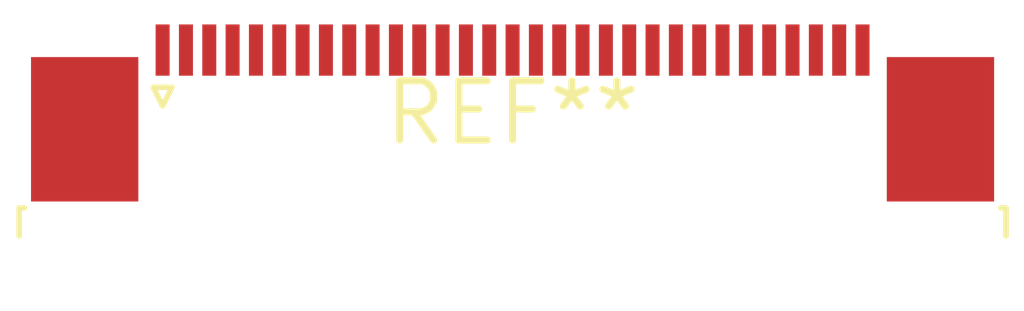
<source format=kicad_pcb>
(kicad_pcb (version 20240108) (generator pcbnew)
  (layers (0 "F.Cu" signal) (31 "B.Cu" signal) (34 "B.Paste" user) (35 "F.Paste" user) (36 "B.SilkS" user "B.Silkscreen") (37 "F.SilkS" user "F.Silkscreen") (38 "B.Mask" user) (39 "F.Mask" user) (44 "Edge.Cuts" user))
  (net 0 "")
  (footprint "TE_3-1734839-1_1x31-1MP_P0.5mm_Horizontal" (layer "F.Cu") (at 0 0)
    (property "Reference" "REF**")
    (property "Value" "PCB Edge")
    (fp_line (start -10.575 2.04) (end -10.575 2.64) (layer "F.SilkS") (stroke (width 0.12)))
    (fp_line (start -10.465 2.04) (end -10.575 2.04) (layer "F.SilkS") (stroke (width 0.12)))
    (fp_line (start -7.7 -0.55) (end -7.5 -0.15) (layer "F.SilkS") (stroke (width 0.12)))
    (fp_line (start -7.5 -0.15) (end -7.3 -0.55) (layer "F.SilkS") (stroke (width 0.12)))
    (fp_line (start -7.3 -0.55) (end -7.7 -0.55) (layer "F.SilkS") (stroke (width 0.12)))
    (fp_line (start 10.465 2.04) (end 10.575 2.04) (layer "F.SilkS") (stroke (width 0.12)))
    (fp_line (start 10.575 2.04) (end 10.575 2.64) (layer "F.SilkS") (stroke (width 0.12)))
    (pad "1" smd rect (at -7.5 -1.35) (size 0.3 1.1) (layers "F.Cu" "F.Paste" "F.Mask"))
    (pad "2" smd rect (at -7 -1.35) (size 0.3 1.1) (layers "F.Cu" "F.Paste" "F.Mask"))
    (pad "3" smd rect (at -6.5 -1.35) (size 0.3 1.1) (layers "F.Cu" "F.Paste" "F.Mask"))
    (pad "4" smd rect (at -6 -1.35) (size 0.3 1.1) (layers "F.Cu" "F.Paste" "F.Mask"))
    (pad "5" smd rect (at -5.5 -1.35) (size 0.3 1.1) (layers "F.Cu" "F.Paste" "F.Mask"))
    (pad "6" smd rect (at -5 -1.35) (size 0.3 1.1) (layers "F.Cu" "F.Paste" "F.Mask"))
    (pad "7" smd rect (at -4.5 -1.35) (size 0.3 1.1) (layers "F.Cu" "F.Paste" "F.Mask"))
    (pad "8" smd rect (at -4 -1.35) (size 0.3 1.1) (layers "F.Cu" "F.Paste" "F.Mask"))
    (pad "9" smd rect (at -3.5 -1.35) (size 0.3 1.1) (layers "F.Cu" "F.Paste" "F.Mask"))
    (pad "10" smd rect (at -3 -1.35) (size 0.3 1.1) (layers "F.Cu" "F.Paste" "F.Mask"))
    (pad "11" smd rect (at -2.5 -1.35) (size 0.3 1.1) (layers "F.Cu" "F.Paste" "F.Mask"))
    (pad "12" smd rect (at -2 -1.35) (size 0.3 1.1) (layers "F.Cu" "F.Paste" "F.Mask"))
    (pad "13" smd rect (at -1.5 -1.35) (size 0.3 1.1) (layers "F.Cu" "F.Paste" "F.Mask"))
    (pad "14" smd rect (at -1 -1.35) (size 0.3 1.1) (layers "F.Cu" "F.Paste" "F.Mask"))
    (pad "15" smd rect (at -0.5 -1.35) (size 0.3 1.1) (layers "F.Cu" "F.Paste" "F.Mask"))
    (pad "16" smd rect (at 0 -1.35) (size 0.3 1.1) (layers "F.Cu" "F.Paste" "F.Mask"))
    (pad "17" smd rect (at 0.5 -1.35) (size 0.3 1.1) (layers "F.Cu" "F.Paste" "F.Mask"))
    (pad "18" smd rect (at 1 -1.35) (size 0.3 1.1) (layers "F.Cu" "F.Paste" "F.Mask"))
    (pad "19" smd rect (at 1.5 -1.35) (size 0.3 1.1) (layers "F.Cu" "F.Paste" "F.Mask"))
    (pad "20" smd rect (at 2 -1.35) (size 0.3 1.1) (layers "F.Cu" "F.Paste" "F.Mask"))
    (pad "21" smd rect (at 2.5 -1.35) (size 0.3 1.1) (layers "F.Cu" "F.Paste" "F.Mask"))
    (pad "22" smd rect (at 3 -1.35) (size 0.3 1.1) (layers "F.Cu" "F.Paste" "F.Mask"))
    (pad "23" smd rect (at 3.5 -1.35) (size 0.3 1.1) (layers "F.Cu" "F.Paste" "F.Mask"))
    (pad "24" smd rect (at 4 -1.35) (size 0.3 1.1) (layers "F.Cu" "F.Paste" "F.Mask"))
    (pad "25" smd rect (at 4.5 -1.35) (size 0.3 1.1) (layers "F.Cu" "F.Paste" "F.Mask"))
    (pad "26" smd rect (at 5 -1.35) (size 0.3 1.1) (layers "F.Cu" "F.Paste" "F.Mask"))
    (pad "27" smd rect (at 5.5 -1.35) (size 0.3 1.1) (layers "F.Cu" "F.Paste" "F.Mask"))
    (pad "28" smd rect (at 6 -1.35) (size 0.3 1.1) (layers "F.Cu" "F.Paste" "F.Mask"))
    (pad "29" smd rect (at 6.5 -1.35) (size 0.3 1.1) (layers "F.Cu" "F.Paste" "F.Mask"))
    (pad "30" smd rect (at 7 -1.35) (size 0.3 1.1) (layers "F.Cu" "F.Paste" "F.Mask"))
    (pad "31" smd rect (at 7.5 -1.35) (size 0.3 1.1) (layers "F.Cu" "F.Paste" "F.Mask"))
    (pad "MP" smd rect (at -9.17 0.35) (size 2.3 3.1) (layers "F.Cu" "F.Paste" "F.Mask"))
    (pad "MP" smd rect (at 9.17 0.35) (size 2.3 3.1) (layers "F.Cu" "F.Paste" "F.Mask"))
  )
)
</source>
